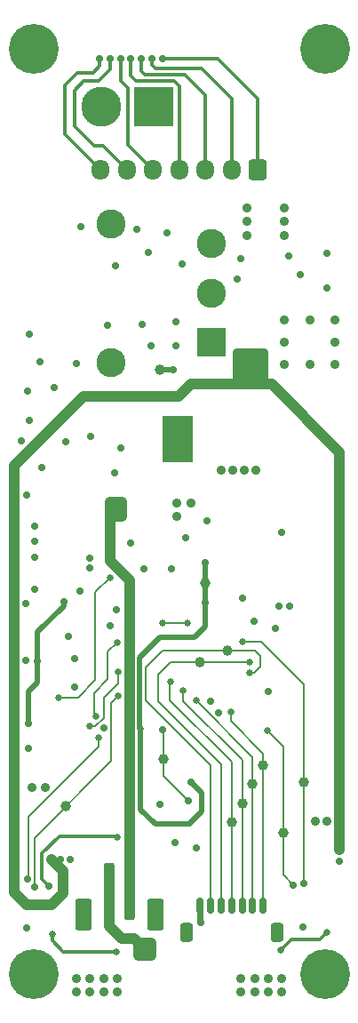
<source format=gbr>
%TF.GenerationSoftware,KiCad,Pcbnew,7.0.6*%
%TF.CreationDate,2024-05-08T12:01:16-04:00*%
%TF.ProjectId,ActiveImpactor_Power,41637469-7665-4496-9d70-6163746f725f,rev?*%
%TF.SameCoordinates,Original*%
%TF.FileFunction,Copper,L4,Bot*%
%TF.FilePolarity,Positive*%
%FSLAX46Y46*%
G04 Gerber Fmt 4.6, Leading zero omitted, Abs format (unit mm)*
G04 Created by KiCad (PCBNEW 7.0.6) date 2024-05-08 12:01:16*
%MOMM*%
%LPD*%
G01*
G04 APERTURE LIST*
G04 Aperture macros list*
%AMRoundRect*
0 Rectangle with rounded corners*
0 $1 Rounding radius*
0 $2 $3 $4 $5 $6 $7 $8 $9 X,Y pos of 4 corners*
0 Add a 4 corners polygon primitive as box body*
4,1,4,$2,$3,$4,$5,$6,$7,$8,$9,$2,$3,0*
0 Add four circle primitives for the rounded corners*
1,1,$1+$1,$2,$3*
1,1,$1+$1,$4,$5*
1,1,$1+$1,$6,$7*
1,1,$1+$1,$8,$9*
0 Add four rect primitives between the rounded corners*
20,1,$1+$1,$2,$3,$4,$5,0*
20,1,$1+$1,$4,$5,$6,$7,0*
20,1,$1+$1,$6,$7,$8,$9,0*
20,1,$1+$1,$8,$9,$2,$3,0*%
G04 Aperture macros list end*
%TA.AperFunction,ComponentPad*%
%ADD10R,2.775000X2.775000*%
%TD*%
%TA.AperFunction,ComponentPad*%
%ADD11C,2.775000*%
%TD*%
%TA.AperFunction,ComponentPad*%
%ADD12C,4.750000*%
%TD*%
%TA.AperFunction,ComponentPad*%
%ADD13C,0.600000*%
%TD*%
%TA.AperFunction,SMDPad,CuDef*%
%ADD14R,2.950000X4.500000*%
%TD*%
%TA.AperFunction,SMDPad,CuDef*%
%ADD15C,1.000000*%
%TD*%
%TA.AperFunction,ComponentPad*%
%ADD16R,3.800000X3.800000*%
%TD*%
%TA.AperFunction,ComponentPad*%
%ADD17C,3.800000*%
%TD*%
%TA.AperFunction,SMDPad,CuDef*%
%ADD18RoundRect,0.250000X-0.250000X-2.500000X0.250000X-2.500000X0.250000X2.500000X-0.250000X2.500000X0*%
%TD*%
%TA.AperFunction,SMDPad,CuDef*%
%ADD19RoundRect,0.250000X-0.550000X-1.250000X0.550000X-1.250000X0.550000X1.250000X-0.550000X1.250000X0*%
%TD*%
%TA.AperFunction,SMDPad,CuDef*%
%ADD20RoundRect,0.150000X-0.150000X-0.625000X0.150000X-0.625000X0.150000X0.625000X-0.150000X0.625000X0*%
%TD*%
%TA.AperFunction,SMDPad,CuDef*%
%ADD21RoundRect,0.250000X-0.350000X-0.650000X0.350000X-0.650000X0.350000X0.650000X-0.350000X0.650000X0*%
%TD*%
%TA.AperFunction,ComponentPad*%
%ADD22RoundRect,0.250000X0.600000X0.725000X-0.600000X0.725000X-0.600000X-0.725000X0.600000X-0.725000X0*%
%TD*%
%TA.AperFunction,ComponentPad*%
%ADD23O,1.700000X1.950000*%
%TD*%
%TA.AperFunction,ViaPad*%
%ADD24C,0.700000*%
%TD*%
%TA.AperFunction,ViaPad*%
%ADD25C,0.900000*%
%TD*%
%TA.AperFunction,ViaPad*%
%ADD26C,0.650000*%
%TD*%
%TA.AperFunction,Conductor*%
%ADD27C,0.600000*%
%TD*%
%TA.AperFunction,Conductor*%
%ADD28C,1.000000*%
%TD*%
%TA.AperFunction,Conductor*%
%ADD29C,0.500000*%
%TD*%
%TA.AperFunction,Conductor*%
%ADD30C,0.200000*%
%TD*%
%TA.AperFunction,Conductor*%
%ADD31C,0.300000*%
%TD*%
G04 APERTURE END LIST*
D10*
%TO.P,SW101,1,A*%
%TO.N,+BATT*%
X3065000Y16100000D03*
D11*
%TO.P,SW101,2,B*%
%TO.N,Net-(J101-Pin_2)*%
X3065000Y20800000D03*
%TO.P,SW101,3,C*%
%TO.N,Net-(J105-Pin_2)*%
X3065000Y25500000D03*
%TO.P,SW101,MP*%
%TO.N,N/C*%
X-6465000Y14195000D03*
X-6465000Y27405000D03*
%TD*%
D12*
%TO.P,H102,1,1*%
%TO.N,GND*%
X-13890500Y44053000D03*
%TD*%
%TO.P,H101,1,1*%
%TO.N,GND*%
X13890500Y44053000D03*
%TD*%
D13*
%TO.P,U101,9,GNDPAD*%
%TO.N,GND*%
X-750000Y8695000D03*
X-750000Y7495000D03*
X-750000Y6195000D03*
X-750000Y5095000D03*
D14*
X-150000Y6895000D03*
D13*
X450000Y8695000D03*
X450000Y7495000D03*
X450000Y6195000D03*
X450000Y5095000D03*
%TD*%
D12*
%TO.P,H104,1,1*%
%TO.N,GND*%
X13890500Y-44053000D03*
%TD*%
%TO.P,H103,1,1*%
%TO.N,GND*%
X-13890500Y-44053000D03*
%TD*%
D15*
%TO.P,TP112,1,1*%
%TO.N,+5V*%
X-6600000Y-1900000D03*
%TD*%
D16*
%TO.P,J101,1,Pin_1*%
%TO.N,GND*%
X-2400000Y38500000D03*
D17*
%TO.P,J101,2,Pin_2*%
%TO.N,Net-(J101-Pin_2)*%
X-7400000Y38500000D03*
%TD*%
D15*
%TO.P,TP103,1,1*%
%TO.N,/Microcontroller/MOSI*%
X5000000Y-29600000D03*
%TD*%
%TO.P,TP105,1,1*%
%TO.N,/Microcontroller/CLK*%
X7000000Y-26000000D03*
%TD*%
%TO.P,TP108,1,1*%
%TO.N,/H-Bridge/COIL_EN*%
X9900000Y-30600000D03*
%TD*%
%TO.P,TP109,1,1*%
%TO.N,/H-Bridge/COIL_PWM1*%
X-10800000Y-28100000D03*
%TD*%
D18*
%TO.P,J103,1,Pin_1*%
%TO.N,GND*%
X-6700000Y-36200000D03*
%TO.P,J103,2,Pin_2*%
%TO.N,+5V*%
X-4700000Y-36200000D03*
D19*
%TO.P,J103,MP*%
%TO.N,N/C*%
X-9100000Y-38450000D03*
X-2300000Y-38450000D03*
%TD*%
D20*
%TO.P,J106,1,Pin_1*%
%TO.N,GND*%
X2000000Y-37575000D03*
%TO.P,J106,2,Pin_2*%
%TO.N,Net-(J106-Pin_2)*%
X3000000Y-37575000D03*
%TO.P,J106,3,Pin_3*%
%TO.N,Net-(J106-Pin_3)*%
X4000000Y-37575000D03*
%TO.P,J106,4,Pin_4*%
%TO.N,/Microcontroller/MOSI*%
X5000000Y-37575000D03*
%TO.P,J106,5,Pin_5*%
%TO.N,/Microcontroller/MISO*%
X6000000Y-37575000D03*
%TO.P,J106,6,Pin_6*%
%TO.N,/Microcontroller/CLK*%
X7000000Y-37575000D03*
%TO.P,J106,7,Pin_7*%
%TO.N,/Microcontroller/CS*%
X8000000Y-37575000D03*
D21*
%TO.P,J106,MP*%
%TO.N,N/C*%
X700000Y-40100000D03*
X9300000Y-40100000D03*
%TD*%
D22*
%TO.P,J102,1,Pin_1*%
%TO.N,Net-(J102-Pin_1)*%
X7500000Y32500000D03*
D23*
%TO.P,J102,2,Pin_2*%
%TO.N,Net-(J102-Pin_2)*%
X5000000Y32500000D03*
%TO.P,J102,3,Pin_3*%
%TO.N,Net-(J102-Pin_3)*%
X2500000Y32500000D03*
%TO.P,J102,4,Pin_4*%
%TO.N,Net-(J102-Pin_4)*%
X0Y32500000D03*
%TO.P,J102,5,Pin_5*%
%TO.N,Net-(J102-Pin_5)*%
X-2500000Y32500000D03*
%TO.P,J102,6,Pin_6*%
%TO.N,Net-(J102-Pin_6)*%
X-5000000Y32500000D03*
%TO.P,J102,7,Pin_7*%
%TO.N,Net-(J102-Pin_7)*%
X-7500000Y32500000D03*
%TD*%
D15*
%TO.P,TP101,1,1*%
%TO.N,Net-(J106-Pin_2)*%
X4600000Y-13300000D03*
%TD*%
%TO.P,TP102,1,1*%
%TO.N,Net-(J106-Pin_3)*%
X2000000Y-14400000D03*
%TD*%
%TO.P,TP113,1,1*%
%TO.N,+3.3V*%
X2500000Y-6800000D03*
%TD*%
%TO.P,TP106,1,1*%
%TO.N,/Microcontroller/CS*%
X8000000Y-24200000D03*
%TD*%
%TO.P,TP301,1,1*%
%TO.N,+12V*%
X6500000Y13300000D03*
%TD*%
%TO.P,TP110,1,1*%
%TO.N,/H-Bridge/COIL_PWM2*%
X11900000Y-25800000D03*
%TD*%
%TO.P,TP107,1,1*%
%TO.N,Net-(D101-K)*%
X-1800000Y13500000D03*
%TD*%
%TO.P,TP104,1,1*%
%TO.N,/Microcontroller/MISO*%
X6000000Y-27800000D03*
%TD*%
%TO.P,TP111,1,1*%
%TO.N,/Microcontroller/ADC_CURRENT*%
X-1500000Y-23600000D03*
%TD*%
D24*
%TO.N,GND*%
X-400000Y-31600000D03*
D25*
X-7200000Y-45800000D03*
D24*
X-2900000Y24650000D03*
D25*
X5900000Y-44500000D03*
X14100000Y-29500000D03*
D24*
X11800000Y-39600000D03*
X-15050000Y6700000D03*
X600000Y-2550000D03*
X-6000000Y-9400000D03*
X-14300000Y8650000D03*
X-8450000Y7150000D03*
X-14431310Y11482949D03*
X300000Y23550000D03*
D25*
X-3900000Y-42300000D03*
X-8500000Y-45800000D03*
X10000000Y28900000D03*
X6500000Y27600000D03*
D24*
X-14250000Y16850000D03*
D25*
X8500000Y-45800000D03*
D24*
X-13800000Y-7400000D03*
X2049500Y-39200000D03*
D25*
X5900000Y-45800000D03*
D24*
X-1800000Y-27900000D03*
X-13100000Y4200000D03*
X-13800000Y-1400000D03*
X1600000Y-32050000D03*
D25*
X-9800000Y-44500000D03*
X-3900000Y-41100000D03*
D24*
X-6031310Y23373450D03*
D25*
X-5900000Y-44500000D03*
X8500000Y-44500000D03*
D24*
X6000000Y-8300000D03*
D25*
X5100000Y3900000D03*
X6500000Y28900000D03*
D24*
X5900000Y24100000D03*
X-750000Y-5500000D03*
D25*
X4000000Y3900000D03*
X10000000Y27600000D03*
D24*
X14050000Y24600000D03*
X9500000Y-9000000D03*
X-13800000Y-4400000D03*
X-10400000Y-33200000D03*
X5500000Y22100000D03*
D25*
X-9800000Y-45800000D03*
D24*
X7150000Y-10450000D03*
D25*
X-5900000Y-45800000D03*
D24*
X-3500000Y17800000D03*
X-8500000Y-4500000D03*
D25*
X-2700000Y-41100000D03*
D24*
X-3400000Y-5500000D03*
X-8500000Y-5400000D03*
D25*
X9800000Y-45800000D03*
X7200000Y-44500000D03*
D24*
X-4000000Y26850000D03*
D25*
X6500000Y26300000D03*
D24*
X11500000Y22550000D03*
D25*
X13000000Y-29500000D03*
D24*
X-10850000Y6600000D03*
X3709266Y-19190734D03*
X-2700000Y15750000D03*
X8500000Y-17200000D03*
D25*
X10000000Y18200000D03*
D24*
X-10000000Y-14000000D03*
D25*
X14800000Y18200000D03*
D24*
X-11900000Y11800000D03*
D25*
X7200000Y-45800000D03*
X-12800000Y-26300000D03*
X-200000Y-500000D03*
D24*
X-7149500Y-20600000D03*
X-14500000Y-39700000D03*
D25*
X9800000Y-44500000D03*
D24*
X-13250000Y14200000D03*
D25*
X7300000Y3900000D03*
D24*
X-350000Y15750000D03*
X-6800000Y17750000D03*
X-9500000Y-7600000D03*
X-10600000Y-11900000D03*
X-9800000Y14100000D03*
D25*
X-2700000Y-42300000D03*
D24*
X-14400000Y-22600000D03*
X2650000Y-950000D03*
X-5550000Y6050000D03*
X10500000Y-9000000D03*
X-14649500Y-14200000D03*
X9800000Y-2000000D03*
X-14500000Y1550000D03*
D25*
X10000000Y14000000D03*
X14800000Y14000000D03*
D24*
X14100000Y21250000D03*
D25*
X12500000Y14000000D03*
X10000000Y26300000D03*
X14800000Y16100000D03*
X10000000Y16100000D03*
D24*
X-13800000Y-2900000D03*
X-14600000Y-8800000D03*
D25*
X6200000Y3900000D03*
D24*
X-4600000Y-3000000D03*
D25*
X-7200000Y-44500000D03*
X12500000Y18200000D03*
D24*
X-9400000Y27150000D03*
X15300000Y-33300000D03*
X-1200000Y26500000D03*
X10450000Y24300000D03*
X9200000Y-11200000D03*
D25*
X1100000Y800000D03*
X-14000000Y-26300000D03*
X-200000Y800000D03*
D24*
X-6600000Y-10900000D03*
X-343611Y18064232D03*
X-10000000Y-16709500D03*
D25*
X-8500000Y-44500000D03*
D24*
X-6150000Y3700000D03*
%TO.N,Net-(D101-K)*%
X-600000Y13500000D03*
D25*
%TO.N,+5V*%
X-6600000Y900000D03*
X-5500000Y900000D03*
X-6600000Y-500000D03*
X-5500000Y-500000D03*
D24*
%TO.N,/Microcontroller/ADC_CURRENT*%
X900000Y-27600000D03*
X-1550000Y-20800000D03*
%TO.N,+3.3V*%
X2500000Y-8700000D03*
X3000000Y-18100000D03*
X1100000Y-25800000D03*
X-13500000Y-14309500D03*
X-11025000Y-8583911D03*
D26*
X-3674500Y-20754454D03*
D24*
X2500000Y-4900000D03*
X-14400000Y-20200000D03*
%TO.N,+12V*%
X15300000Y-32200000D03*
X-12200000Y-33200000D03*
D25*
X8100000Y13800000D03*
X8100000Y15100000D03*
X6800000Y15100000D03*
D24*
X-11300000Y-33200000D03*
D25*
X5500000Y15100000D03*
D24*
X15300000Y-31100000D03*
%TO.N,Net-(D302-A)*%
X-12400000Y-35700000D03*
D26*
X-5933009Y-31033009D03*
%TO.N,Net-(D303-A)*%
X-12100000Y-40300000D03*
X-6020793Y-41948296D03*
%TO.N,Net-(D309-A)*%
X14100000Y-40100000D03*
X9696915Y-41812738D03*
D24*
%TO.N,Net-(J102-Pin_1)*%
X-1600000Y43100000D03*
%TO.N,Net-(J102-Pin_2)*%
X-2600000Y43100000D03*
%TO.N,Net-(J102-Pin_3)*%
X-3600000Y43100000D03*
%TO.N,Net-(J102-Pin_4)*%
X-4600000Y43100000D03*
%TO.N,Net-(J102-Pin_5)*%
X-5600000Y43100000D03*
%TO.N,Net-(J102-Pin_6)*%
X-6600000Y43100000D03*
%TO.N,Net-(J102-Pin_7)*%
X-7600000Y43100000D03*
D26*
%TO.N,Net-(J106-Pin_2)*%
X6700000Y-15400000D03*
%TO.N,Net-(J106-Pin_3)*%
X6700000Y-14400000D03*
%TO.N,/Microcontroller/MISO*%
X400000Y-17100000D03*
%TO.N,/Microcontroller/MOSI*%
X-800000Y-16200000D03*
%TO.N,/Microcontroller/CLK*%
X1600000Y-18000000D03*
%TO.N,/Microcontroller/CS*%
X4900000Y-19100000D03*
%TO.N,/Microcontroller/BOOT0*%
X-11458411Y-17758411D03*
X-6600000Y-6300000D03*
D24*
%TO.N,/H-Bridge/COIL_EN*%
X10900000Y-35600000D03*
X-14449500Y-35000000D03*
D26*
X-7700000Y-21571636D03*
X8400000Y-20900000D03*
%TO.N,/Microcontroller/SWD_SWCLK*%
X-5800000Y-15300000D03*
X-8500000Y-20500000D03*
%TO.N,/Microcontroller/SWD_SWDIO*%
X777345Y-10625500D03*
X-1600000Y-10625500D03*
%TO.N,/Microcontroller/SWD_SWO*%
X-7930420Y-19547242D03*
X-5900000Y-12500000D03*
D24*
%TO.N,/H-Bridge/COIL_PWM1*%
X-13800000Y-35800000D03*
D26*
X-5800000Y-17600000D03*
%TO.N,/H-Bridge/COIL_PWM2*%
X6000000Y-12400000D03*
D24*
X11900000Y-35499500D03*
%TD*%
D27*
%TO.N,GND*%
X2000000Y-37575000D02*
X2000000Y-39150500D01*
D28*
X-2700000Y-42300000D02*
X-2700000Y-41100000D01*
X-3900000Y-41100000D02*
X-3900000Y-42300000D01*
X-3900000Y-42300000D02*
X-2700000Y-41100000D01*
X-4300000Y-40700000D02*
X-5500000Y-40700000D01*
D29*
X2000000Y-39150500D02*
X2049500Y-39200000D01*
D28*
X-6700000Y-39500000D02*
X-6700000Y-36200000D01*
X-3900000Y-41100000D02*
X-4300000Y-40700000D01*
X-2700000Y-41100000D02*
X-3900000Y-41100000D01*
X-5500000Y-40700000D02*
X-6700000Y-39500000D01*
X-3900000Y-42300000D02*
X-2700000Y-42300000D01*
D29*
%TO.N,Net-(D101-K)*%
X-1800000Y13500000D02*
X-600000Y13500000D01*
D28*
%TO.N,+5V*%
X-4700000Y-6598057D02*
X-6600000Y-4698057D01*
X-5500000Y-500000D02*
X-5500000Y-200000D01*
X-5500000Y-500000D02*
X-5500000Y900000D01*
X-5500000Y-200000D02*
X-6600000Y900000D01*
X-6600000Y900000D02*
X-5500000Y900000D01*
X-6600000Y-500000D02*
X-5500000Y-500000D01*
X-4700000Y-36200000D02*
X-4700000Y-6598057D01*
X-6600000Y-500000D02*
X-6600000Y900000D01*
X-6600000Y-4698057D02*
X-6600000Y-500000D01*
D30*
%TO.N,/Microcontroller/ADC_CURRENT*%
X-1500000Y-25200000D02*
X-1500000Y-23600000D01*
X-1550000Y-20800000D02*
X-1500000Y-20850000D01*
X900000Y-27600000D02*
X-1500000Y-25200000D01*
X-1500000Y-20850000D02*
X-1500000Y-23600000D01*
D29*
%TO.N,+3.3V*%
X-13500000Y-11491089D02*
X-13500000Y-14309500D01*
X-14400000Y-17200000D02*
X-13500000Y-16300000D01*
X-3674500Y-20754454D02*
X-3675980Y-20755934D01*
X1000000Y-29800000D02*
X1000000Y-29700000D01*
X1500000Y-12000000D02*
X2500000Y-11000000D01*
X-13500000Y-16300000D02*
X-13500000Y-14309500D01*
X-11025000Y-8583911D02*
X-11025000Y-9016089D01*
X2100000Y-28600000D02*
X2100000Y-26800000D01*
X-11025000Y-9016089D02*
X-13500000Y-11491089D01*
X2500000Y-11000000D02*
X2500000Y-8700000D01*
X-14400000Y-20200000D02*
X-14400000Y-17200000D01*
X-3675980Y-20755934D02*
X-3675980Y-28424020D01*
X-3674500Y-20754454D02*
X-3750000Y-20678954D01*
X1000000Y-29700000D02*
X2100000Y-28600000D01*
X-3675980Y-28424020D02*
X-2300000Y-29800000D01*
X-3750000Y-13950000D02*
X-1800000Y-12000000D01*
X2100000Y-26800000D02*
X1100000Y-25800000D01*
X-3750000Y-20678954D02*
X-3750000Y-13950000D01*
X2500000Y-8700000D02*
X2500000Y-4900000D01*
X-2300000Y-29800000D02*
X1000000Y-29800000D01*
X-1800000Y-12000000D02*
X1500000Y-12000000D01*
D28*
%TO.N,+12V*%
X-9100000Y10900000D02*
X-100000Y10900000D01*
X-11100000Y-34300000D02*
X-11100000Y-36400000D01*
X-15700000Y4300000D02*
X-9100000Y10900000D01*
X-12200000Y-33200000D02*
X-11100000Y-34300000D01*
X-11100000Y-36400000D02*
X-12200000Y-37500000D01*
X-14500000Y-37500000D02*
X-15700000Y-36300000D01*
X-15700000Y-36300000D02*
X-15700000Y4300000D01*
X1100000Y12100000D02*
X8800000Y12100000D01*
X15300000Y5600000D02*
X15300000Y-32200000D01*
X8800000Y12100000D02*
X15300000Y5600000D01*
X-12200000Y-37500000D02*
X-14500000Y-37500000D01*
X-100000Y10900000D02*
X1100000Y12100000D01*
D31*
%TO.N,Net-(D302-A)*%
X-5933009Y-31033009D02*
X-6026516Y-30939502D01*
X-6026516Y-30939502D02*
X-11439502Y-30939502D01*
X-13100000Y-35000000D02*
X-12400000Y-35700000D01*
X-13100000Y-32600000D02*
X-13100000Y-35000000D01*
X-11439502Y-30939502D02*
X-13100000Y-32600000D01*
%TO.N,Net-(D303-A)*%
X-12100000Y-40900000D02*
X-12100000Y-40300000D01*
X-6020793Y-41948296D02*
X-11051704Y-41948296D01*
X-11051704Y-41948296D02*
X-12100000Y-40900000D01*
%TO.N,Net-(D309-A)*%
X10709653Y-40800000D02*
X13400000Y-40800000D01*
X9696915Y-41812738D02*
X10709653Y-40800000D01*
X13400000Y-40800000D02*
X14100000Y-40100000D01*
%TO.N,Net-(J102-Pin_1)*%
X-1600000Y43100000D02*
X3700000Y43100000D01*
X3700000Y43100000D02*
X7500000Y39300000D01*
X7500000Y39300000D02*
X7500000Y32500000D01*
%TO.N,Net-(J102-Pin_2)*%
X2100000Y42200000D02*
X5000000Y39300000D01*
X5000000Y39300000D02*
X5000000Y32500000D01*
X-2300000Y42200000D02*
X2100000Y42200000D01*
X-2600000Y43100000D02*
X-2600000Y42500000D01*
X-2600000Y42500000D02*
X-2300000Y42200000D01*
%TO.N,Net-(J102-Pin_3)*%
X-3600000Y41900000D02*
X-3300000Y41600000D01*
X500000Y41600000D02*
X2500000Y39600000D01*
X-3600000Y43100000D02*
X-3600000Y41900000D01*
X-3300000Y41600000D02*
X500000Y41600000D01*
X2500000Y39600000D02*
X2500000Y32500000D01*
%TO.N,Net-(J102-Pin_4)*%
X-4600000Y41500000D02*
X-4100000Y41000000D01*
X0Y40500000D02*
X0Y32500000D01*
X-500000Y41000000D02*
X0Y40500000D01*
X-4100000Y41000000D02*
X-500000Y41000000D01*
X-4600000Y43100000D02*
X-4600000Y41500000D01*
%TO.N,Net-(J102-Pin_5)*%
X-4900000Y40300000D02*
X-4900000Y34900000D01*
X-5600000Y41000000D02*
X-4900000Y40300000D01*
X-4900000Y34900000D02*
X-2500000Y32500000D01*
X-5600000Y43100000D02*
X-5600000Y41000000D01*
%TO.N,Net-(J102-Pin_6)*%
X-6600000Y42100000D02*
X-7700000Y41000000D01*
X-7300000Y34800000D02*
X-5000000Y32500000D01*
X-10000000Y40100000D02*
X-10000000Y36700000D01*
X-8100000Y34800000D02*
X-7300000Y34800000D01*
X-10000000Y36700000D02*
X-8100000Y34800000D01*
X-9100000Y41000000D02*
X-10000000Y40100000D01*
X-7700000Y41000000D02*
X-9100000Y41000000D01*
X-6600000Y43100000D02*
X-6600000Y42100000D01*
%TO.N,Net-(J102-Pin_7)*%
X-10900000Y35900000D02*
X-7500000Y32500000D01*
X-7600000Y42400000D02*
X-8200000Y41800000D01*
X-7600000Y43100000D02*
X-7600000Y42400000D01*
X-10900000Y40600000D02*
X-10900000Y35900000D01*
X-9700000Y41800000D02*
X-10900000Y40600000D01*
X-8200000Y41800000D02*
X-9700000Y41800000D01*
D30*
%TO.N,Net-(J106-Pin_2)*%
X7200000Y-13300000D02*
X-1600000Y-13300000D01*
X-3200000Y-18000000D02*
X3000000Y-24200000D01*
X-3200000Y-14900000D02*
X-3200000Y-18000000D01*
X3000000Y-24200000D02*
X3000000Y-37575000D01*
X7700000Y-14800000D02*
X7700000Y-13900000D01*
X6700000Y-15400000D02*
X7100000Y-15400000D01*
X7700000Y-13800000D02*
X7200000Y-13300000D01*
X-1600000Y-13300000D02*
X-3200000Y-14900000D01*
X7100000Y-15400000D02*
X7700000Y-14800000D01*
X7700000Y-13900000D02*
X7700000Y-13800000D01*
%TO.N,Net-(J106-Pin_3)*%
X-800000Y-14400000D02*
X-2000000Y-15600000D01*
X6700000Y-14400000D02*
X4400000Y-14400000D01*
X-2000000Y-18100000D02*
X4000000Y-24100000D01*
X4400000Y-14400000D02*
X-800000Y-14400000D01*
X-2000000Y-15600000D02*
X-2000000Y-18100000D01*
X4000000Y-24100000D02*
X4000000Y-37575000D01*
%TO.N,/Microcontroller/MISO*%
X400000Y-17100000D02*
X400000Y-18100000D01*
X6000000Y-23700000D02*
X6000000Y-37575000D01*
X400000Y-18100000D02*
X6000000Y-23700000D01*
%TO.N,/Microcontroller/MOSI*%
X-800000Y-16200000D02*
X-900000Y-16300000D01*
X-900000Y-16300000D02*
X-900000Y-18000000D01*
X5000000Y-23900000D02*
X5000000Y-37575000D01*
X-900000Y-18000000D02*
X5000000Y-23900000D01*
%TO.N,/Microcontroller/CLK*%
X7000000Y-23400000D02*
X7000000Y-37575000D01*
X1600000Y-18000000D02*
X7000000Y-23400000D01*
%TO.N,/Microcontroller/CS*%
X4900000Y-19100000D02*
X4900000Y-20000000D01*
X8000000Y-23100000D02*
X8000000Y-37575000D01*
X4900000Y-20000000D02*
X8000000Y-23100000D01*
%TO.N,/Microcontroller/BOOT0*%
X-9658411Y-17758411D02*
X-8000000Y-16100000D01*
X-8000000Y-16100000D02*
X-8000000Y-7700000D01*
X-8000000Y-7700000D02*
X-6600000Y-6300000D01*
X-11458411Y-17758411D02*
X-9658411Y-17758411D01*
%TO.N,/H-Bridge/COIL_EN*%
X10900000Y-35600000D02*
X9900000Y-34600000D01*
X9900000Y-22400000D02*
X8400000Y-20900000D01*
X-7700000Y-22400000D02*
X-14400000Y-29100000D01*
X9900000Y-34600000D02*
X9900000Y-22400000D01*
X-14400000Y-29100000D02*
X-14400000Y-34950500D01*
X-14400000Y-34950500D02*
X-14449500Y-35000000D01*
X-7700000Y-21571636D02*
X-7700000Y-22400000D01*
%TO.N,/Microcontroller/SWD_SWCLK*%
X-7200000Y-19700000D02*
X-7200000Y-17800000D01*
X-8500000Y-20500000D02*
X-8000000Y-20500000D01*
X-8000000Y-20500000D02*
X-7200000Y-19700000D01*
X-5800000Y-16400000D02*
X-5800000Y-15300000D01*
X-7200000Y-17800000D02*
X-5800000Y-16400000D01*
%TO.N,/Microcontroller/SWD_SWDIO*%
X-1600000Y-10625500D02*
X777345Y-10625500D01*
%TO.N,/Microcontroller/SWD_SWO*%
X-6800000Y-16000000D02*
X-8100000Y-17300000D01*
X-5900000Y-12500000D02*
X-6800000Y-13400000D01*
X-8100000Y-17300000D02*
X-8100000Y-19377662D01*
X-8100000Y-19377662D02*
X-7930420Y-19547242D01*
X-6800000Y-13400000D02*
X-6800000Y-16000000D01*
%TO.N,/H-Bridge/COIL_PWM1*%
X-13800000Y-31100000D02*
X-13800000Y-35800000D01*
X-5800000Y-17600000D02*
X-6500000Y-18300000D01*
X-6500000Y-23800000D02*
X-13800000Y-31100000D01*
X-6500000Y-18300000D02*
X-6500000Y-23800000D01*
%TO.N,/H-Bridge/COIL_PWM2*%
X11900000Y-16500000D02*
X11900000Y-35499500D01*
X7800000Y-12400000D02*
X11900000Y-16500000D01*
X6000000Y-12400000D02*
X7800000Y-12400000D01*
%TD*%
%TA.AperFunction,Conductor*%
%TO.N,+12V*%
G36*
X8004031Y15499469D02*
G01*
X8024783Y15496737D01*
X8113224Y15485093D01*
X8144491Y15476715D01*
X8234918Y15439259D01*
X8262951Y15423074D01*
X8340601Y15363491D01*
X8363491Y15340601D01*
X8423074Y15262951D01*
X8439259Y15234918D01*
X8476715Y15144491D01*
X8485093Y15113224D01*
X8499469Y15004035D01*
X8500000Y14995934D01*
X8500000Y12504065D01*
X8499469Y12495964D01*
X8485093Y12386775D01*
X8476715Y12355508D01*
X8439259Y12265081D01*
X8423074Y12237048D01*
X8363491Y12159398D01*
X8340602Y12136509D01*
X8288526Y12096549D01*
X8262951Y12076925D01*
X8234918Y12060740D01*
X8144491Y12023284D01*
X8113223Y12014906D01*
X8004031Y12000530D01*
X7995933Y12000000D01*
X5604067Y12000000D01*
X5595967Y12000530D01*
X5486775Y12014906D01*
X5455508Y12023284D01*
X5365079Y12060740D01*
X5337050Y12076923D01*
X5259392Y12136513D01*
X5236513Y12159392D01*
X5176923Y12237050D01*
X5160740Y12265081D01*
X5123284Y12355508D01*
X5114906Y12386776D01*
X5100531Y12495964D01*
X5100000Y12504066D01*
X5100000Y14995933D01*
X5100531Y15004035D01*
X5114906Y15113223D01*
X5123284Y15144491D01*
X5160740Y15234918D01*
X5176925Y15262951D01*
X5236508Y15340601D01*
X5259398Y15363491D01*
X5337048Y15423074D01*
X5365081Y15439259D01*
X5455508Y15476715D01*
X5486775Y15485093D01*
X5572457Y15496374D01*
X5595968Y15499469D01*
X5604066Y15500000D01*
X7995934Y15500000D01*
X8004031Y15499469D01*
G37*
%TD.AperFunction*%
%TD*%
M02*

</source>
